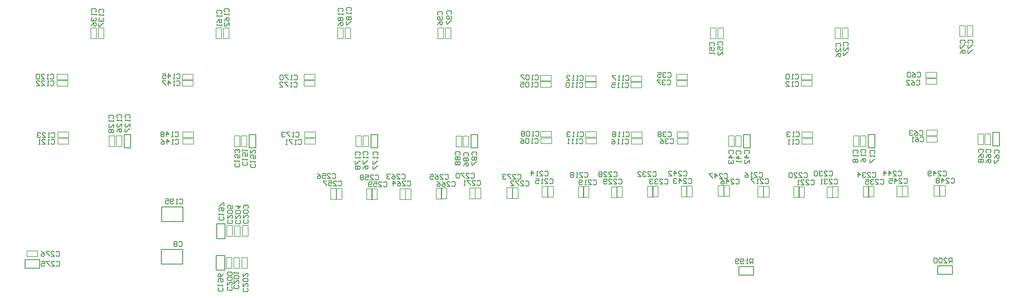
<source format=gbo>
G04 Layer_Color=32896*
%FSLAX25Y25*%
%MOIN*%
G70*
G01*
G75*
%ADD34C,0.01000*%
%ADD54C,0.00984*%
%ADD56C,0.00700*%
D34*
X967358Y32382D02*
Y42618D01*
X949642Y32382D02*
X967358D01*
X949642D02*
Y42618D01*
X967358D01*
X1206858Y33382D02*
Y43618D01*
X1189142Y33382D02*
X1206858D01*
X1189142D02*
Y43618D01*
X1206858D01*
X320882Y55976D02*
X331118D01*
Y38260D02*
Y55976D01*
X320882Y38260D02*
X331118D01*
X320882D02*
Y55976D01*
X321382Y94240D02*
X331618D01*
Y76524D02*
Y94240D01*
X321382Y76524D02*
X331618D01*
X321382D02*
Y94240D01*
X255205Y97142D02*
X280795D01*
X255205D02*
Y114858D01*
X280795D01*
Y97142D02*
Y114858D01*
X254705Y45642D02*
X280295D01*
X254705D02*
Y63358D01*
X280295D01*
Y45642D02*
Y63358D01*
X90642Y40882D02*
Y51118D01*
X108358D01*
Y40882D02*
Y51118D01*
X90642Y40882D02*
X108358D01*
X1206400Y47100D02*
Y53098D01*
X1203401D01*
X1202401Y52098D01*
Y50099D01*
X1203401Y49099D01*
X1206400D01*
X1204401D02*
X1202401Y47100D01*
X1196403D02*
X1200402D01*
X1196403Y51099D01*
Y52098D01*
X1197403Y53098D01*
X1199402D01*
X1200402Y52098D01*
X1194404D02*
X1193404Y53098D01*
X1191405D01*
X1190405Y52098D01*
Y48100D01*
X1191405Y47100D01*
X1193404D01*
X1194404Y48100D01*
Y52098D01*
X1188406D02*
X1187406Y53098D01*
X1185407D01*
X1184407Y52098D01*
Y48100D01*
X1185407Y47100D01*
X1187406D01*
X1188406Y48100D01*
Y52098D01*
X966818Y46100D02*
Y52098D01*
X963819D01*
X962819Y51098D01*
Y49099D01*
X963819Y48099D01*
X966818D01*
X964819D02*
X962819Y46100D01*
X960820D02*
X958821D01*
X959820D01*
Y52098D01*
X960820Y51098D01*
X955822Y47100D02*
X954822Y46100D01*
X952823D01*
X951823Y47100D01*
Y51098D01*
X952823Y52098D01*
X954822D01*
X955822Y51098D01*
Y50099D01*
X954822Y49099D01*
X951823D01*
X949824Y47100D02*
X948824Y46100D01*
X946825D01*
X945825Y47100D01*
Y51098D01*
X946825Y52098D01*
X948824D01*
X949824Y51098D01*
Y50099D01*
X948824Y49099D01*
X945825D01*
X339498Y98751D02*
X340498Y97751D01*
Y95752D01*
X339498Y94752D01*
X335500D01*
X334500Y95752D01*
Y97751D01*
X335500Y98751D01*
X334500Y104749D02*
Y100750D01*
X338499Y104749D01*
X339498D01*
X340498Y103749D01*
Y101750D01*
X339498Y100750D01*
Y106748D02*
X340498Y107748D01*
Y109747D01*
X339498Y110747D01*
X335500D01*
X334500Y109747D01*
Y107748D01*
X335500Y106748D01*
X339498D01*
X340498Y116745D02*
Y112746D01*
X337499D01*
X338499Y114745D01*
Y115745D01*
X337499Y116745D01*
X335500D01*
X334500Y115745D01*
Y113746D01*
X335500Y112746D01*
X348998Y98251D02*
X349998Y97251D01*
Y95252D01*
X348998Y94252D01*
X345000D01*
X344000Y95252D01*
Y97251D01*
X345000Y98251D01*
X344000Y104249D02*
Y100250D01*
X347999Y104249D01*
X348998D01*
X349998Y103249D01*
Y101250D01*
X348998Y100250D01*
Y106248D02*
X349998Y107248D01*
Y109247D01*
X348998Y110247D01*
X345000D01*
X344000Y109247D01*
Y107248D01*
X345000Y106248D01*
X348998D01*
X344000Y115245D02*
X349998D01*
X346999Y112246D01*
Y116245D01*
X358498Y98999D02*
X359498Y97999D01*
Y96000D01*
X358498Y95000D01*
X354500D01*
X353500Y96000D01*
Y97999D01*
X354500Y98999D01*
X353500Y104997D02*
Y100998D01*
X357499Y104997D01*
X358498D01*
X359498Y103997D01*
Y101998D01*
X358498Y100998D01*
Y106996D02*
X359498Y107996D01*
Y109995D01*
X358498Y110995D01*
X354500D01*
X353500Y109995D01*
Y107996D01*
X354500Y106996D01*
X358498D01*
Y112994D02*
X359498Y113994D01*
Y115993D01*
X358498Y116993D01*
X357499D01*
X356499Y115993D01*
Y114994D01*
Y115993D01*
X355499Y116993D01*
X354500D01*
X353500Y115993D01*
Y113994D01*
X354500Y112994D01*
X357998Y16499D02*
X358998Y15499D01*
Y13500D01*
X357998Y12500D01*
X354000D01*
X353000Y13500D01*
Y15499D01*
X354000Y16499D01*
X353000Y22497D02*
Y18498D01*
X356999Y22497D01*
X357998D01*
X358998Y21497D01*
Y19498D01*
X357998Y18498D01*
Y24496D02*
X358998Y25496D01*
Y27495D01*
X357998Y28495D01*
X354000D01*
X353000Y27495D01*
Y25496D01*
X354000Y24496D01*
X357998D01*
X353000Y34493D02*
Y30494D01*
X356999Y34493D01*
X357998D01*
X358998Y33493D01*
Y31494D01*
X357998Y30494D01*
X346998Y19999D02*
X347998Y18999D01*
Y17000D01*
X346998Y16000D01*
X343000D01*
X342000Y17000D01*
Y18999D01*
X343000Y19999D01*
X342000Y25997D02*
Y21998D01*
X345999Y25997D01*
X346998D01*
X347998Y24997D01*
Y22998D01*
X346998Y21998D01*
Y27996D02*
X347998Y28996D01*
Y30995D01*
X346998Y31995D01*
X343000D01*
X342000Y30995D01*
Y28996D01*
X343000Y27996D01*
X346998D01*
X342000Y33994D02*
Y35993D01*
Y34994D01*
X347998D01*
X346998Y33994D01*
X338998Y17999D02*
X339998Y16999D01*
Y15000D01*
X338998Y14000D01*
X335000D01*
X334000Y15000D01*
Y16999D01*
X335000Y17999D01*
X334000Y23997D02*
Y19998D01*
X337999Y23997D01*
X338998D01*
X339998Y22997D01*
Y20998D01*
X338998Y19998D01*
Y25996D02*
X339998Y26996D01*
Y28995D01*
X338998Y29995D01*
X335000D01*
X334000Y28995D01*
Y26996D01*
X335000Y25996D01*
X338998D01*
Y31994D02*
X339998Y32994D01*
Y34993D01*
X338998Y35993D01*
X335000D01*
X334000Y34993D01*
Y32994D01*
X335000Y31994D01*
X338998D01*
X328998Y102881D02*
X329998Y101881D01*
Y99882D01*
X328998Y98882D01*
X325000D01*
X324000Y99882D01*
Y101881D01*
X325000Y102881D01*
X324000Y104880D02*
Y106879D01*
Y105880D01*
X329998D01*
X328998Y104880D01*
X325000Y109878D02*
X324000Y110878D01*
Y112877D01*
X325000Y113877D01*
X328998D01*
X329998Y112877D01*
Y110878D01*
X328998Y109878D01*
X327999D01*
X326999Y110878D01*
Y113877D01*
X329998Y115876D02*
Y119875D01*
X328998D01*
X325000Y115876D01*
X324000D01*
X327998Y16999D02*
X328998Y15999D01*
Y14000D01*
X327998Y13000D01*
X324000D01*
X323000Y14000D01*
Y15999D01*
X324000Y16999D01*
X323000Y18998D02*
Y20997D01*
Y19998D01*
X328998D01*
X327998Y18998D01*
X324000Y23996D02*
X323000Y24996D01*
Y26996D01*
X324000Y27995D01*
X327998D01*
X328998Y26996D01*
Y24996D01*
X327998Y23996D01*
X326999D01*
X325999Y24996D01*
Y27995D01*
X328998Y33993D02*
X327998Y31994D01*
X325999Y29994D01*
X324000D01*
X323000Y30994D01*
Y32994D01*
X324000Y33993D01*
X324999D01*
X325999Y32994D01*
Y29994D01*
X276301Y123398D02*
X277301Y124398D01*
X279300D01*
X280300Y123398D01*
Y119400D01*
X279300Y118400D01*
X277301D01*
X276301Y119400D01*
X274302Y118400D02*
X272303D01*
X273302D01*
Y124398D01*
X274302Y123398D01*
X269304Y119400D02*
X268304Y118400D01*
X266304D01*
X265305Y119400D01*
Y123398D01*
X266304Y124398D01*
X268304D01*
X269304Y123398D01*
Y122399D01*
X268304Y121399D01*
X265305D01*
X259307Y124398D02*
X263305D01*
Y121399D01*
X261306Y122399D01*
X260307D01*
X259307Y121399D01*
Y119400D01*
X260307Y118400D01*
X262306D01*
X263305Y119400D01*
X275801Y71898D02*
X276801Y72898D01*
X278800D01*
X279800Y71898D01*
Y67900D01*
X278800Y66900D01*
X276801D01*
X275801Y67900D01*
X273802Y71898D02*
X272802Y72898D01*
X270803D01*
X269803Y71898D01*
Y70899D01*
X270803Y69899D01*
X269803Y68899D01*
Y67900D01*
X270803Y66900D01*
X272802D01*
X273802Y67900D01*
Y68899D01*
X272802Y69899D01*
X273802Y70899D01*
Y71898D01*
X272802Y69899D02*
X270803D01*
X128001Y59998D02*
X129001Y60998D01*
X131000D01*
X132000Y59998D01*
Y56000D01*
X131000Y55000D01*
X129001D01*
X128001Y56000D01*
X122003Y55000D02*
X126002D01*
X122003Y58999D01*
Y59998D01*
X123003Y60998D01*
X125002D01*
X126002Y59998D01*
X120004Y60998D02*
X116005D01*
Y59998D01*
X120004Y56000D01*
Y55000D01*
X110007Y60998D02*
X112006Y59998D01*
X114006Y57999D01*
Y56000D01*
X113006Y55000D01*
X111007D01*
X110007Y56000D01*
Y56999D01*
X111007Y57999D01*
X114006D01*
X128501Y47998D02*
X129501Y48998D01*
X131500D01*
X132500Y47998D01*
Y44000D01*
X131500Y43000D01*
X129501D01*
X128501Y44000D01*
X122503Y43000D02*
X126502D01*
X122503Y46999D01*
Y47998D01*
X123503Y48998D01*
X125502D01*
X126502Y47998D01*
X120504Y48998D02*
X116505D01*
Y47998D01*
X120504Y44000D01*
Y43000D01*
X110507Y48998D02*
X114506D01*
Y45999D01*
X112506Y46999D01*
X111507D01*
X110507Y45999D01*
Y44000D01*
X111507Y43000D01*
X113506D01*
X114506Y44000D01*
X1195501Y156998D02*
X1196501Y157998D01*
X1198500D01*
X1199500Y156998D01*
Y153000D01*
X1198500Y152000D01*
X1196501D01*
X1195501Y153000D01*
X1189503Y152000D02*
X1193502D01*
X1189503Y155999D01*
Y156998D01*
X1190503Y157998D01*
X1192502D01*
X1193502Y156998D01*
X1184505Y152000D02*
Y157998D01*
X1187504Y154999D01*
X1183505D01*
X1181506Y153000D02*
X1180506Y152000D01*
X1178507D01*
X1177507Y153000D01*
Y156998D01*
X1178507Y157998D01*
X1180506D01*
X1181506Y156998D01*
Y155999D01*
X1180506Y154999D01*
X1177507D01*
X1205001Y148498D02*
X1206001Y149498D01*
X1208000D01*
X1209000Y148498D01*
Y144500D01*
X1208000Y143500D01*
X1206001D01*
X1205001Y144500D01*
X1199003Y143500D02*
X1203002D01*
X1199003Y147499D01*
Y148498D01*
X1200003Y149498D01*
X1202002D01*
X1203002Y148498D01*
X1194005Y143500D02*
Y149498D01*
X1197004Y146499D01*
X1193005D01*
X1191006Y148498D02*
X1190006Y149498D01*
X1188007D01*
X1187007Y148498D01*
Y147499D01*
X1188007Y146499D01*
X1187007Y145499D01*
Y144500D01*
X1188007Y143500D01*
X1190006D01*
X1191006Y144500D01*
Y145499D01*
X1190006Y146499D01*
X1191006Y147499D01*
Y148498D01*
X1190006Y146499D02*
X1188007D01*
X1148601Y148098D02*
X1149601Y149098D01*
X1151600D01*
X1152600Y148098D01*
Y144100D01*
X1151600Y143100D01*
X1149601D01*
X1148601Y144100D01*
X1142603Y143100D02*
X1146602D01*
X1142603Y147099D01*
Y148098D01*
X1143603Y149098D01*
X1145602D01*
X1146602Y148098D01*
X1137605Y143100D02*
Y149098D01*
X1140604Y146099D01*
X1136605D01*
X1130607Y149098D02*
X1134606D01*
Y146099D01*
X1132607Y147099D01*
X1131607D01*
X1130607Y146099D01*
Y144100D01*
X1131607Y143100D01*
X1133606D01*
X1134606Y144100D01*
X1141501Y156998D02*
X1142501Y157998D01*
X1144500D01*
X1145500Y156998D01*
Y153000D01*
X1144500Y152000D01*
X1142501D01*
X1141501Y153000D01*
X1135503Y152000D02*
X1139502D01*
X1135503Y155999D01*
Y156998D01*
X1136503Y157998D01*
X1138502D01*
X1139502Y156998D01*
X1130505Y152000D02*
Y157998D01*
X1133504Y154999D01*
X1129505D01*
X1124507Y152000D02*
Y157998D01*
X1127506Y154999D01*
X1123507D01*
X1120001Y146998D02*
X1121001Y147998D01*
X1123000D01*
X1124000Y146998D01*
Y143000D01*
X1123000Y142000D01*
X1121001D01*
X1120001Y143000D01*
X1114003Y142000D02*
X1118002D01*
X1114003Y145999D01*
Y146998D01*
X1115003Y147998D01*
X1117002D01*
X1118002Y146998D01*
X1112004D02*
X1111004Y147998D01*
X1109005D01*
X1108005Y146998D01*
Y145999D01*
X1109005Y144999D01*
X1110005D01*
X1109005D01*
X1108005Y143999D01*
Y143000D01*
X1109005Y142000D01*
X1111004D01*
X1112004Y143000D01*
X1102007Y147998D02*
X1106006D01*
Y144999D01*
X1104006Y145999D01*
X1103007D01*
X1102007Y144999D01*
Y143000D01*
X1103007Y142000D01*
X1105006D01*
X1106006Y143000D01*
X1110501Y155498D02*
X1111501Y156498D01*
X1113500D01*
X1114500Y155498D01*
Y151500D01*
X1113500Y150500D01*
X1111501D01*
X1110501Y151500D01*
X1104503Y150500D02*
X1108502D01*
X1104503Y154499D01*
Y155498D01*
X1105503Y156498D01*
X1107502D01*
X1108502Y155498D01*
X1102504D02*
X1101504Y156498D01*
X1099505D01*
X1098505Y155498D01*
Y154499D01*
X1099505Y153499D01*
X1100504D01*
X1099505D01*
X1098505Y152499D01*
Y151500D01*
X1099505Y150500D01*
X1101504D01*
X1102504Y151500D01*
X1093507Y150500D02*
Y156498D01*
X1096506Y153499D01*
X1092507D01*
X1064601Y147298D02*
X1065601Y148298D01*
X1067600D01*
X1068600Y147298D01*
Y143300D01*
X1067600Y142300D01*
X1065601D01*
X1064601Y143300D01*
X1058603Y142300D02*
X1062602D01*
X1058603Y146299D01*
Y147298D01*
X1059603Y148298D01*
X1061602D01*
X1062602Y147298D01*
X1056604D02*
X1055604Y148298D01*
X1053605D01*
X1052605Y147298D01*
Y146299D01*
X1053605Y145299D01*
X1054605D01*
X1053605D01*
X1052605Y144299D01*
Y143300D01*
X1053605Y142300D01*
X1055604D01*
X1056604Y143300D01*
X1050606Y142300D02*
X1048606D01*
X1049606D01*
Y148298D01*
X1050606Y147298D01*
X1058501Y156998D02*
X1059501Y157998D01*
X1061500D01*
X1062500Y156998D01*
Y153000D01*
X1061500Y152000D01*
X1059501D01*
X1058501Y153000D01*
X1052503Y152000D02*
X1056502D01*
X1052503Y155999D01*
Y156998D01*
X1053503Y157998D01*
X1055502D01*
X1056502Y156998D01*
X1050504D02*
X1049504Y157998D01*
X1047505D01*
X1046505Y156998D01*
Y155999D01*
X1047505Y154999D01*
X1048505D01*
X1047505D01*
X1046505Y153999D01*
Y153000D01*
X1047505Y152000D01*
X1049504D01*
X1050504Y153000D01*
X1044506Y156998D02*
X1043506Y157998D01*
X1041507D01*
X1040507Y156998D01*
Y153000D01*
X1041507Y152000D01*
X1043506D01*
X1044506Y153000D01*
Y156998D01*
X1036501Y146498D02*
X1037501Y147498D01*
X1039500D01*
X1040500Y146498D01*
Y142500D01*
X1039500Y141500D01*
X1037501D01*
X1036501Y142500D01*
X1030503Y141500D02*
X1034502D01*
X1030503Y145499D01*
Y146498D01*
X1031503Y147498D01*
X1033502D01*
X1034502Y146498D01*
X1024505Y141500D02*
X1028504D01*
X1024505Y145499D01*
Y146498D01*
X1025505Y147498D01*
X1027504D01*
X1028504Y146498D01*
X1022506Y141500D02*
X1020506D01*
X1021506D01*
Y147498D01*
X1022506Y146498D01*
X1028001Y154998D02*
X1029001Y155998D01*
X1031000D01*
X1032000Y154998D01*
Y151000D01*
X1031000Y150000D01*
X1029001D01*
X1028001Y151000D01*
X1022003Y150000D02*
X1026002D01*
X1022003Y153999D01*
Y154998D01*
X1023003Y155998D01*
X1025002D01*
X1026002Y154998D01*
X1016005Y150000D02*
X1020004D01*
X1016005Y153999D01*
Y154998D01*
X1017005Y155998D01*
X1019004D01*
X1020004Y154998D01*
X1014006D02*
X1013006Y155998D01*
X1011007D01*
X1010007Y154998D01*
Y151000D01*
X1011007Y150000D01*
X1013006D01*
X1014006Y151000D01*
Y154998D01*
X981601Y147598D02*
X982601Y148598D01*
X984600D01*
X985600Y147598D01*
Y143600D01*
X984600Y142600D01*
X982601D01*
X981601Y143600D01*
X975603Y142600D02*
X979602D01*
X975603Y146599D01*
Y147598D01*
X976603Y148598D01*
X978602D01*
X979602Y147598D01*
X973604Y142600D02*
X971605D01*
X972604D01*
Y148598D01*
X973604Y147598D01*
X968606Y148598D02*
X964607D01*
Y147598D01*
X968606Y143600D01*
Y142600D01*
X974001Y155498D02*
X975001Y156498D01*
X977000D01*
X978000Y155498D01*
Y151500D01*
X977000Y150500D01*
X975001D01*
X974001Y151500D01*
X968003Y150500D02*
X972002D01*
X968003Y154499D01*
Y155498D01*
X969003Y156498D01*
X971002D01*
X972002Y155498D01*
X966004Y150500D02*
X964005D01*
X965004D01*
Y156498D01*
X966004Y155498D01*
X957007Y156498D02*
X959006Y155498D01*
X961005Y153499D01*
Y151500D01*
X960006Y150500D01*
X958006D01*
X957007Y151500D01*
Y152499D01*
X958006Y153499D01*
X961005D01*
X867001Y195998D02*
X868001Y196998D01*
X870000D01*
X871000Y195998D01*
Y192000D01*
X870000Y191000D01*
X868001D01*
X867001Y192000D01*
X865002Y195998D02*
X864002Y196998D01*
X862003D01*
X861003Y195998D01*
Y194999D01*
X862003Y193999D01*
X863003D01*
X862003D01*
X861003Y192999D01*
Y192000D01*
X862003Y191000D01*
X864002D01*
X865002Y192000D01*
X855005Y196998D02*
X857005Y195998D01*
X859004Y193999D01*
Y192000D01*
X858004Y191000D01*
X856005D01*
X855005Y192000D01*
Y192999D01*
X856005Y193999D01*
X859004D01*
X864501Y204498D02*
X865501Y205498D01*
X867500D01*
X868500Y204498D01*
Y200500D01*
X867500Y199500D01*
X865501D01*
X864501Y200500D01*
X862502Y204498D02*
X861502Y205498D01*
X859503D01*
X858503Y204498D01*
Y203499D01*
X859503Y202499D01*
X860503D01*
X859503D01*
X858503Y201499D01*
Y200500D01*
X859503Y199500D01*
X861502D01*
X862502Y200500D01*
X856504Y204498D02*
X855504Y205498D01*
X853505D01*
X852505Y204498D01*
Y203499D01*
X853505Y202499D01*
X852505Y201499D01*
Y200500D01*
X853505Y199500D01*
X855504D01*
X856504Y200500D01*
Y201499D01*
X855504Y202499D01*
X856504Y203499D01*
Y204498D01*
X855504Y202499D02*
X853505D01*
X864001Y275998D02*
X865001Y276998D01*
X867000D01*
X868000Y275998D01*
Y272000D01*
X867000Y271000D01*
X865001D01*
X864001Y272000D01*
X862002Y275998D02*
X861002Y276998D01*
X859003D01*
X858003Y275998D01*
Y274999D01*
X859003Y273999D01*
X860003D01*
X859003D01*
X858003Y272999D01*
Y272000D01*
X859003Y271000D01*
X861002D01*
X862002Y272000D01*
X852005Y276998D02*
X856004D01*
Y273999D01*
X854004Y274999D01*
X853005D01*
X852005Y273999D01*
Y272000D01*
X853005Y271000D01*
X855004D01*
X856004Y272000D01*
X863501Y266998D02*
X864501Y267998D01*
X866500D01*
X867500Y266998D01*
Y263000D01*
X866500Y262000D01*
X864501D01*
X863501Y263000D01*
X861502Y266998D02*
X860502Y267998D01*
X858503D01*
X857503Y266998D01*
Y265999D01*
X858503Y264999D01*
X859503D01*
X858503D01*
X857503Y263999D01*
Y263000D01*
X858503Y262000D01*
X860502D01*
X861502Y263000D01*
X855504Y267998D02*
X851505D01*
Y266998D01*
X855504Y263000D01*
Y262000D01*
X925502Y310001D02*
X924502Y311001D01*
Y313000D01*
X925502Y314000D01*
X929500D01*
X930500Y313000D01*
Y311001D01*
X929500Y310001D01*
X924502Y304003D02*
Y308002D01*
X927501D01*
X926501Y306003D01*
Y305003D01*
X927501Y304003D01*
X929500D01*
X930500Y305003D01*
Y307002D01*
X929500Y308002D01*
X930500Y298005D02*
Y302004D01*
X926501Y298005D01*
X925502D01*
X924502Y299005D01*
Y301004D01*
X925502Y302004D01*
X915502Y309001D02*
X914502Y310001D01*
Y312000D01*
X915502Y313000D01*
X919500D01*
X920500Y312000D01*
Y310001D01*
X919500Y309001D01*
X914502Y303003D02*
Y307002D01*
X917501D01*
X916501Y305003D01*
Y304003D01*
X917501Y303003D01*
X919500D01*
X920500Y304003D01*
Y306002D01*
X919500Y307002D01*
X920500Y301004D02*
Y299005D01*
Y300004D01*
X914502D01*
X915502Y301004D01*
X938502Y179001D02*
X937502Y180001D01*
Y182000D01*
X938502Y183000D01*
X942500D01*
X943500Y182000D01*
Y180001D01*
X942500Y179001D01*
X943500Y174003D02*
X937502D01*
X940501Y177002D01*
Y173003D01*
X938502Y171004D02*
X937502Y170004D01*
Y168005D01*
X938502Y167005D01*
X939501D01*
X940501Y168005D01*
Y169004D01*
Y168005D01*
X941501Y167005D01*
X942500D01*
X943500Y168005D01*
Y170004D01*
X942500Y171004D01*
X947502Y178501D02*
X946502Y179501D01*
Y181500D01*
X947502Y182500D01*
X951500D01*
X952500Y181500D01*
Y179501D01*
X951500Y178501D01*
X952500Y173503D02*
X946502D01*
X949501Y176502D01*
Y172503D01*
X952500Y170504D02*
Y168505D01*
Y169504D01*
X946502D01*
X947502Y170504D01*
X957502Y179001D02*
X956502Y180001D01*
Y182000D01*
X957502Y183000D01*
X961500D01*
X962500Y182000D01*
Y180001D01*
X961500Y179001D01*
X962500Y174003D02*
X956502D01*
X959501Y177002D01*
Y173003D01*
X962500Y167005D02*
Y171004D01*
X958501Y167005D01*
X957502D01*
X956502Y168005D01*
Y170004D01*
X957502Y171004D01*
X1076502Y309501D02*
X1075502Y310501D01*
Y312500D01*
X1076502Y313500D01*
X1080500D01*
X1081500Y312500D01*
Y310501D01*
X1080500Y309501D01*
X1081500Y303503D02*
Y307502D01*
X1077501Y303503D01*
X1076502D01*
X1075502Y304503D01*
Y306502D01*
X1076502Y307502D01*
X1075502Y301504D02*
Y297505D01*
X1076502D01*
X1080500Y301504D01*
X1081500D01*
X1067502Y308001D02*
X1066502Y309001D01*
Y311000D01*
X1067502Y312000D01*
X1071500D01*
X1072500Y311000D01*
Y309001D01*
X1071500Y308001D01*
X1072500Y302003D02*
Y306002D01*
X1068501Y302003D01*
X1067502D01*
X1066502Y303003D01*
Y305002D01*
X1067502Y306002D01*
X1066502Y296005D02*
X1067502Y298005D01*
X1069501Y300004D01*
X1071500D01*
X1072500Y299004D01*
Y297005D01*
X1071500Y296005D01*
X1070501D01*
X1069501Y297005D01*
Y300004D01*
X1088002Y179501D02*
X1087002Y180501D01*
Y182500D01*
X1088002Y183500D01*
X1092000D01*
X1093000Y182500D01*
Y180501D01*
X1092000Y179501D01*
X1093000Y177502D02*
Y175503D01*
Y176502D01*
X1087002D01*
X1088002Y177502D01*
Y172504D02*
X1087002Y171504D01*
Y169504D01*
X1088002Y168505D01*
X1089001D01*
X1090001Y169504D01*
X1091001Y168505D01*
X1092000D01*
X1093000Y169504D01*
Y171504D01*
X1092000Y172504D01*
X1091001D01*
X1090001Y171504D01*
X1089001Y172504D01*
X1088002D01*
X1090001Y171504D02*
Y169504D01*
X1108502Y179001D02*
X1107502Y180001D01*
Y182000D01*
X1108502Y183000D01*
X1112500D01*
X1113500Y182000D01*
Y180001D01*
X1112500Y179001D01*
X1113500Y177002D02*
Y175003D01*
Y176002D01*
X1107502D01*
X1108502Y177002D01*
X1107502Y172004D02*
Y168005D01*
X1108502D01*
X1112500Y172004D01*
X1113500D01*
X1097502Y180001D02*
X1096502Y181001D01*
Y183000D01*
X1097502Y184000D01*
X1101500D01*
X1102500Y183000D01*
Y181001D01*
X1101500Y180001D01*
X1102500Y178002D02*
Y176003D01*
Y177002D01*
X1096502D01*
X1097502Y178002D01*
X1096502Y169005D02*
X1097502Y171004D01*
X1099501Y173004D01*
X1101500D01*
X1102500Y172004D01*
Y170004D01*
X1101500Y169005D01*
X1100501D01*
X1099501Y170004D01*
Y173004D01*
X1018501Y204498D02*
X1019501Y205498D01*
X1021500D01*
X1022500Y204498D01*
Y200500D01*
X1021500Y199500D01*
X1019501D01*
X1018501Y200500D01*
X1016502Y199500D02*
X1014503D01*
X1015502D01*
Y205498D01*
X1016502Y204498D01*
X1011504D02*
X1010504Y205498D01*
X1008504D01*
X1007505Y204498D01*
Y203499D01*
X1008504Y202499D01*
X1009504D01*
X1008504D01*
X1007505Y201499D01*
Y200500D01*
X1008504Y199500D01*
X1010504D01*
X1011504Y200500D01*
X1017501Y264998D02*
X1018501Y265998D01*
X1020500D01*
X1021500Y264998D01*
Y261000D01*
X1020500Y260000D01*
X1018501D01*
X1017501Y261000D01*
X1015502Y260000D02*
X1013503D01*
X1014502D01*
Y265998D01*
X1015502Y264998D01*
X1006505Y260000D02*
X1010504D01*
X1006505Y263999D01*
Y264998D01*
X1007504Y265998D01*
X1009504D01*
X1010504Y264998D01*
X1018001Y195498D02*
X1019001Y196498D01*
X1021000D01*
X1022000Y195498D01*
Y191500D01*
X1021000Y190500D01*
X1019001D01*
X1018001Y191500D01*
X1016002Y190500D02*
X1014003D01*
X1015002D01*
Y196498D01*
X1016002Y195498D01*
X1011004Y190500D02*
X1009004D01*
X1010004D01*
Y196498D01*
X1011004Y195498D01*
X1017501Y273998D02*
X1018501Y274998D01*
X1020500D01*
X1021500Y273998D01*
Y270000D01*
X1020500Y269000D01*
X1018501D01*
X1017501Y270000D01*
X1015502Y269000D02*
X1013503D01*
X1014502D01*
Y274998D01*
X1015502Y273998D01*
X1010504D02*
X1009504Y274998D01*
X1007504D01*
X1006505Y273998D01*
Y270000D01*
X1007504Y269000D01*
X1009504D01*
X1010504Y270000D01*
Y273998D01*
X1217002Y312001D02*
X1216002Y313001D01*
Y315000D01*
X1217002Y316000D01*
X1221000D01*
X1222000Y315000D01*
Y313001D01*
X1221000Y312001D01*
X1216002Y310002D02*
Y306003D01*
X1217002D01*
X1221000Y310002D01*
X1222000D01*
X1216002Y300005D02*
X1217002Y302005D01*
X1219001Y304004D01*
X1221000D01*
X1222000Y303004D01*
Y301005D01*
X1221000Y300005D01*
X1220001D01*
X1219001Y301005D01*
Y304004D01*
X1164501Y276498D02*
X1165501Y277498D01*
X1167500D01*
X1168500Y276498D01*
Y272500D01*
X1167500Y271500D01*
X1165501D01*
X1164501Y272500D01*
X1158503Y277498D02*
X1160503Y276498D01*
X1162502Y274499D01*
Y272500D01*
X1161502Y271500D01*
X1159503D01*
X1158503Y272500D01*
Y273499D01*
X1159503Y274499D01*
X1162502D01*
X1156504Y276498D02*
X1155504Y277498D01*
X1153505D01*
X1152505Y276498D01*
Y272500D01*
X1153505Y271500D01*
X1155504D01*
X1156504Y272500D01*
Y276498D01*
X1163474Y266808D02*
X1164473Y267808D01*
X1166473D01*
X1167472Y266808D01*
Y262809D01*
X1166473Y261809D01*
X1164473D01*
X1163474Y262809D01*
X1157476Y267808D02*
X1159475Y266808D01*
X1161474Y264809D01*
Y262809D01*
X1160475Y261809D01*
X1158475D01*
X1157476Y262809D01*
Y263809D01*
X1158475Y264809D01*
X1161474D01*
X1151478Y261809D02*
X1155476D01*
X1151478Y265808D01*
Y266808D01*
X1152477Y267808D01*
X1154477D01*
X1155476Y266808D01*
X1239002Y180501D02*
X1238002Y181501D01*
Y183500D01*
X1239002Y184500D01*
X1243000D01*
X1244000Y183500D01*
Y181501D01*
X1243000Y180501D01*
X1238002Y174503D02*
X1239002Y176503D01*
X1241001Y178502D01*
X1243000D01*
X1244000Y177502D01*
Y175503D01*
X1243000Y174503D01*
X1242001D01*
X1241001Y175503D01*
Y178502D01*
X1239002Y172504D02*
X1238002Y171504D01*
Y169505D01*
X1239002Y168505D01*
X1240001D01*
X1241001Y169505D01*
X1242001Y168505D01*
X1243000D01*
X1244000Y169505D01*
Y171504D01*
X1243000Y172504D01*
X1242001D01*
X1241001Y171504D01*
X1240001Y172504D01*
X1239002D01*
X1241001Y171504D02*
Y169505D01*
X1248002Y180001D02*
X1247002Y181001D01*
Y183000D01*
X1248002Y184000D01*
X1252000D01*
X1253000Y183000D01*
Y181001D01*
X1252000Y180001D01*
X1247002Y174003D02*
X1248002Y176003D01*
X1250001Y178002D01*
X1252000D01*
X1253000Y177002D01*
Y175003D01*
X1252000Y174003D01*
X1251001D01*
X1250001Y175003D01*
Y178002D01*
X1247002Y168005D02*
X1248002Y170004D01*
X1250001Y172004D01*
X1252000D01*
X1253000Y171004D01*
Y169005D01*
X1252000Y168005D01*
X1251001D01*
X1250001Y169005D01*
Y172004D01*
X1226502Y312001D02*
X1225502Y313001D01*
Y315000D01*
X1226502Y316000D01*
X1230500D01*
X1231500Y315000D01*
Y313001D01*
X1230500Y312001D01*
X1225502Y310002D02*
Y306003D01*
X1226502D01*
X1230500Y310002D01*
X1231500D01*
X1225502Y304004D02*
Y300005D01*
X1226502D01*
X1230500Y304004D01*
X1231500D01*
X1258002Y179501D02*
X1257002Y180501D01*
Y182500D01*
X1258002Y183500D01*
X1262000D01*
X1263000Y182500D01*
Y180501D01*
X1262000Y179501D01*
X1257002Y173503D02*
X1258002Y175503D01*
X1260001Y177502D01*
X1262000D01*
X1263000Y176502D01*
Y174503D01*
X1262000Y173503D01*
X1261001D01*
X1260001Y174503D01*
Y177502D01*
X1257002Y171504D02*
Y167505D01*
X1258002D01*
X1262000Y171504D01*
X1263000D01*
X1168001Y198498D02*
X1169001Y199498D01*
X1171000D01*
X1172000Y198498D01*
Y194500D01*
X1171000Y193500D01*
X1169001D01*
X1168001Y194500D01*
X1162003Y199498D02*
X1164003Y198498D01*
X1166002Y196499D01*
Y194500D01*
X1165002Y193500D01*
X1163003D01*
X1162003Y194500D01*
Y195499D01*
X1163003Y196499D01*
X1166002D01*
X1160004Y193500D02*
X1158004D01*
X1159004D01*
Y199498D01*
X1160004Y198498D01*
X1167001Y205998D02*
X1168001Y206998D01*
X1170000D01*
X1171000Y205998D01*
Y202000D01*
X1170000Y201000D01*
X1168001D01*
X1167001Y202000D01*
X1161003Y206998D02*
X1163003Y205998D01*
X1165002Y203999D01*
Y202000D01*
X1164002Y201000D01*
X1162003D01*
X1161003Y202000D01*
Y202999D01*
X1162003Y203999D01*
X1165002D01*
X1159004Y205998D02*
X1158004Y206998D01*
X1156005D01*
X1155005Y205998D01*
Y204999D01*
X1156005Y203999D01*
X1157005D01*
X1156005D01*
X1155005Y202999D01*
Y202000D01*
X1156005Y201000D01*
X1158004D01*
X1159004Y202000D01*
X705001Y204998D02*
X706001Y205998D01*
X708000D01*
X709000Y204998D01*
Y201000D01*
X708000Y200000D01*
X706001D01*
X705001Y201000D01*
X703002Y200000D02*
X701003D01*
X702002D01*
Y205998D01*
X703002Y204998D01*
X698004D02*
X697004Y205998D01*
X695005D01*
X694005Y204998D01*
Y201000D01*
X695005Y200000D01*
X697004D01*
X698004Y201000D01*
Y204998D01*
X692005D02*
X691006Y205998D01*
X689007D01*
X688007Y204998D01*
Y203999D01*
X689007Y202999D01*
X688007Y201999D01*
Y201000D01*
X689007Y200000D01*
X691006D01*
X692005Y201000D01*
Y201999D01*
X691006Y202999D01*
X692005Y203999D01*
Y204998D01*
X691006Y202999D02*
X689007D01*
X704001Y196498D02*
X705001Y197498D01*
X707000D01*
X708000Y196498D01*
Y192500D01*
X707000Y191500D01*
X705001D01*
X704001Y192500D01*
X702002Y191500D02*
X700003D01*
X701002D01*
Y197498D01*
X702002Y196498D01*
X697004D02*
X696004Y197498D01*
X694004D01*
X693005Y196498D01*
Y192500D01*
X694004Y191500D01*
X696004D01*
X697004Y192500D01*
Y196498D01*
X687007Y197498D02*
X689006Y196498D01*
X691006Y194499D01*
Y192500D01*
X690006Y191500D01*
X688006D01*
X687007Y192500D01*
Y193499D01*
X688006Y194499D01*
X691006D01*
X704001Y264498D02*
X705001Y265498D01*
X707000D01*
X708000Y264498D01*
Y260500D01*
X707000Y259500D01*
X705001D01*
X704001Y260500D01*
X702002Y259500D02*
X700003D01*
X701002D01*
Y265498D01*
X702002Y264498D01*
X697004D02*
X696004Y265498D01*
X694004D01*
X693005Y264498D01*
Y260500D01*
X694004Y259500D01*
X696004D01*
X697004Y260500D01*
Y264498D01*
X687007Y265498D02*
X691006D01*
Y262499D01*
X689006Y263499D01*
X688006D01*
X687007Y262499D01*
Y260500D01*
X688006Y259500D01*
X690006D01*
X691006Y260500D01*
X704501Y272998D02*
X705501Y273998D01*
X707500D01*
X708500Y272998D01*
Y269000D01*
X707500Y268000D01*
X705501D01*
X704501Y269000D01*
X702502Y268000D02*
X700503D01*
X701502D01*
Y273998D01*
X702502Y272998D01*
X697504D02*
X696504Y273998D01*
X694504D01*
X693505Y272998D01*
Y269000D01*
X694504Y268000D01*
X696504D01*
X697504Y269000D01*
Y272998D01*
X691505Y273998D02*
X687507D01*
Y272998D01*
X691505Y269000D01*
Y268000D01*
X599002Y347501D02*
X598002Y348501D01*
Y350500D01*
X599002Y351500D01*
X603000D01*
X604000Y350500D01*
Y348501D01*
X603000Y347501D01*
Y345502D02*
X604000Y344502D01*
Y342503D01*
X603000Y341503D01*
X599002D01*
X598002Y342503D01*
Y344502D01*
X599002Y345502D01*
X600001D01*
X601001Y344502D01*
Y341503D01*
X598002Y339504D02*
Y335505D01*
X599002D01*
X603000Y339504D01*
X604000D01*
X588002Y346501D02*
X587002Y347501D01*
Y349500D01*
X588002Y350500D01*
X592000D01*
X593000Y349500D01*
Y347501D01*
X592000Y346501D01*
Y344502D02*
X593000Y343502D01*
Y341503D01*
X592000Y340503D01*
X588002D01*
X587002Y341503D01*
Y343502D01*
X588002Y344502D01*
X589001D01*
X590001Y343502D01*
Y340503D01*
X587002Y334505D02*
X588002Y336505D01*
X590001Y338504D01*
X592000D01*
X593000Y337504D01*
Y335505D01*
X592000Y334505D01*
X591001D01*
X590001Y335505D01*
Y338504D01*
X609502Y177501D02*
X608502Y178501D01*
Y180500D01*
X609502Y181500D01*
X613500D01*
X614500Y180500D01*
Y178501D01*
X613500Y177501D01*
X609502Y175502D02*
X608502Y174502D01*
Y172503D01*
X609502Y171503D01*
X610501D01*
X611501Y172503D01*
X612501Y171503D01*
X613500D01*
X614500Y172503D01*
Y174502D01*
X613500Y175502D01*
X612501D01*
X611501Y174502D01*
X610501Y175502D01*
X609502D01*
X611501Y174502D02*
Y172503D01*
X609502Y169504D02*
X608502Y168504D01*
Y166505D01*
X609502Y165505D01*
X610501D01*
X611501Y166505D01*
X612501Y165505D01*
X613500D01*
X614500Y166505D01*
Y168504D01*
X613500Y169504D01*
X612501D01*
X611501Y168504D01*
X610501Y169504D01*
X609502D01*
X611501Y168504D02*
Y166505D01*
X619502Y176001D02*
X618502Y177001D01*
Y179000D01*
X619502Y180000D01*
X623500D01*
X624500Y179000D01*
Y177001D01*
X623500Y176001D01*
X619502Y174002D02*
X618502Y173002D01*
Y171003D01*
X619502Y170003D01*
X620501D01*
X621501Y171003D01*
X622501Y170003D01*
X623500D01*
X624500Y171003D01*
Y173002D01*
X623500Y174002D01*
X622501D01*
X621501Y173002D01*
X620501Y174002D01*
X619502D01*
X621501Y173002D02*
Y171003D01*
X618502Y164005D02*
X619502Y166005D01*
X621501Y168004D01*
X623500D01*
X624500Y167004D01*
Y165005D01*
X623500Y164005D01*
X622501D01*
X621501Y165005D01*
Y168004D01*
X629502Y177001D02*
X628502Y178001D01*
Y180000D01*
X629502Y181000D01*
X633500D01*
X634500Y180000D01*
Y178001D01*
X633500Y177001D01*
X629502Y175002D02*
X628502Y174002D01*
Y172003D01*
X629502Y171003D01*
X630501D01*
X631501Y172003D01*
X632501Y171003D01*
X633500D01*
X634500Y172003D01*
Y174002D01*
X633500Y175002D01*
X632501D01*
X631501Y174002D01*
X630501Y175002D01*
X629502D01*
X631501Y174002D02*
Y172003D01*
X628502Y169004D02*
Y165005D01*
X629502D01*
X633500Y169004D01*
X634500D01*
X757879Y263994D02*
X758879Y264994D01*
X760878D01*
X761878Y263994D01*
Y259996D01*
X760878Y258996D01*
X758879D01*
X757879Y259996D01*
X755880Y258996D02*
X753881D01*
X754880D01*
Y264994D01*
X755880Y263994D01*
X750881Y258996D02*
X748882D01*
X749882D01*
Y264994D01*
X750881Y263994D01*
X745883D02*
X744883Y264994D01*
X742884D01*
X741884Y263994D01*
Y259996D01*
X742884Y258996D01*
X744883D01*
X745883Y259996D01*
Y263994D01*
X758379Y272494D02*
X759379Y273494D01*
X761378D01*
X762378Y272494D01*
Y268496D01*
X761378Y267496D01*
X759379D01*
X758379Y268496D01*
X756380Y267496D02*
X754381D01*
X755380D01*
Y273494D01*
X756380Y272494D01*
X751381Y267496D02*
X749382D01*
X750382D01*
Y273494D01*
X751381Y272494D01*
X742384Y267496D02*
X746383D01*
X742384Y271495D01*
Y272494D01*
X743384Y273494D01*
X745383D01*
X746383Y272494D01*
X757879Y195994D02*
X758879Y196994D01*
X760878D01*
X761878Y195994D01*
Y191996D01*
X760878Y190996D01*
X758879D01*
X757879Y191996D01*
X755880Y190996D02*
X753881D01*
X754880D01*
Y196994D01*
X755880Y195994D01*
X750881Y190996D02*
X748882D01*
X749882D01*
Y196994D01*
X750881Y195994D01*
X745883Y190996D02*
X743884D01*
X744883D01*
Y196994D01*
X745883Y195994D01*
X758879Y204494D02*
X759879Y205494D01*
X761878D01*
X762878Y204494D01*
Y200496D01*
X761878Y199496D01*
X759879D01*
X758879Y200496D01*
X756880Y199496D02*
X754881D01*
X755880D01*
Y205494D01*
X756880Y204494D01*
X751882Y199496D02*
X749882D01*
X750882D01*
Y205494D01*
X751882Y204494D01*
X746883D02*
X745883Y205494D01*
X743884D01*
X742884Y204494D01*
Y203495D01*
X743884Y202495D01*
X744884D01*
X743884D01*
X742884Y201495D01*
Y200496D01*
X743884Y199496D01*
X745883D01*
X746883Y200496D01*
X812883Y263746D02*
X813883Y264746D01*
X815882D01*
X816882Y263746D01*
Y259748D01*
X815882Y258748D01*
X813883D01*
X812883Y259748D01*
X810884Y258748D02*
X808885D01*
X809884D01*
Y264746D01*
X810884Y263746D01*
X805886Y258748D02*
X803886D01*
X804886D01*
Y264746D01*
X805886Y263746D01*
X796888Y264746D02*
X800887D01*
Y261747D01*
X798888Y262747D01*
X797888D01*
X796888Y261747D01*
Y259748D01*
X797888Y258748D01*
X799887D01*
X800887Y259748D01*
X813383Y272246D02*
X814383Y273246D01*
X816382D01*
X817382Y272246D01*
Y268248D01*
X816382Y267248D01*
X814383D01*
X813383Y268248D01*
X811384Y267248D02*
X809385D01*
X810384D01*
Y273246D01*
X811384Y272246D01*
X806386Y267248D02*
X804386D01*
X805386D01*
Y273246D01*
X806386Y272246D01*
X801387Y273246D02*
X797388D01*
Y272246D01*
X801387Y268248D01*
Y267248D01*
X812883Y195746D02*
X813883Y196746D01*
X815882D01*
X816882Y195746D01*
Y191748D01*
X815882Y190748D01*
X813883D01*
X812883Y191748D01*
X810884Y190748D02*
X808885D01*
X809884D01*
Y196746D01*
X810884Y195746D01*
X805886Y190748D02*
X803886D01*
X804886D01*
Y196746D01*
X805886Y195746D01*
X796888Y196746D02*
X798888Y195746D01*
X800887Y193747D01*
Y191748D01*
X799887Y190748D01*
X797888D01*
X796888Y191748D01*
Y192747D01*
X797888Y193747D01*
X800887D01*
X813883Y204246D02*
X814883Y205246D01*
X816882D01*
X817882Y204246D01*
Y200248D01*
X816882Y199248D01*
X814883D01*
X813883Y200248D01*
X811884Y199248D02*
X809884D01*
X810884D01*
Y205246D01*
X811884Y204246D01*
X806886Y199248D02*
X804886D01*
X805886D01*
Y205246D01*
X806886Y204246D01*
X801887D02*
X800887Y205246D01*
X798888D01*
X797888Y204246D01*
Y203247D01*
X798888Y202247D01*
X797888Y201247D01*
Y200248D01*
X798888Y199248D01*
X800887D01*
X801887Y200248D01*
Y201247D01*
X800887Y202247D01*
X801887Y203247D01*
Y204246D01*
X800887Y202247D02*
X798888D01*
X171502Y350001D02*
X170502Y351001D01*
Y353000D01*
X171502Y354000D01*
X175500D01*
X176500Y353000D01*
Y351001D01*
X175500Y350001D01*
X176500Y348002D02*
Y346003D01*
Y347002D01*
X170502D01*
X171502Y348002D01*
Y343004D02*
X170502Y342004D01*
Y340004D01*
X171502Y339005D01*
X172501D01*
X173501Y340004D01*
Y341004D01*
Y340004D01*
X174501Y339005D01*
X175500D01*
X176500Y340004D01*
Y342004D01*
X175500Y343004D01*
X170502Y333007D02*
X171502Y335006D01*
X173501Y337005D01*
X175500D01*
X176500Y336006D01*
Y334007D01*
X175500Y333007D01*
X174501D01*
X173501Y334007D01*
Y337005D01*
X121001Y273998D02*
X122001Y274998D01*
X124000D01*
X125000Y273998D01*
Y270000D01*
X124000Y269000D01*
X122001D01*
X121001Y270000D01*
X119002Y269000D02*
X117003D01*
X118002D01*
Y274998D01*
X119002Y273998D01*
X110005Y269000D02*
X114004D01*
X110005Y272999D01*
Y273998D01*
X111004Y274998D01*
X113004D01*
X114004Y273998D01*
X108005D02*
X107006Y274998D01*
X105007D01*
X104007Y273998D01*
Y270000D01*
X105007Y269000D01*
X107006D01*
X108005Y270000D01*
Y273998D01*
X121501Y265998D02*
X122501Y266998D01*
X124500D01*
X125500Y265998D01*
Y262000D01*
X124500Y261000D01*
X122501D01*
X121501Y262000D01*
X119502Y261000D02*
X117503D01*
X118502D01*
Y266998D01*
X119502Y265998D01*
X110505Y261000D02*
X114504D01*
X110505Y264999D01*
Y265998D01*
X111504Y266998D01*
X113504D01*
X114504Y265998D01*
X104507Y261000D02*
X108505D01*
X104507Y264999D01*
Y265998D01*
X105507Y266998D01*
X107506D01*
X108505Y265998D01*
X192502Y221501D02*
X191502Y222501D01*
Y224500D01*
X192502Y225500D01*
X196500D01*
X197500Y224500D01*
Y222501D01*
X196500Y221501D01*
X197500Y219502D02*
Y217503D01*
Y218502D01*
X191502D01*
X192502Y219502D01*
X197500Y210505D02*
Y214504D01*
X193501Y210505D01*
X192502D01*
X191502Y211505D01*
Y213504D01*
X192502Y214504D01*
Y208506D02*
X191502Y207506D01*
Y205506D01*
X192502Y204507D01*
X193501D01*
X194501Y205506D01*
X195501Y204507D01*
X196500D01*
X197500Y205506D01*
Y207506D01*
X196500Y208506D01*
X195501D01*
X194501Y207506D01*
X193501Y208506D01*
X192502D01*
X194501Y207506D02*
Y205506D01*
X202002Y222001D02*
X201002Y223001D01*
Y225000D01*
X202002Y226000D01*
X206000D01*
X207000Y225000D01*
Y223001D01*
X206000Y222001D01*
X207000Y220002D02*
Y218003D01*
Y219002D01*
X201002D01*
X202002Y220002D01*
X207000Y211005D02*
Y215004D01*
X203001Y211005D01*
X202002D01*
X201002Y212004D01*
Y214004D01*
X202002Y215004D01*
X201002Y205007D02*
X202002Y207006D01*
X204001Y209005D01*
X206000D01*
X207000Y208006D01*
Y206007D01*
X206000Y205007D01*
X205001D01*
X204001Y206007D01*
Y209005D01*
X180502Y349501D02*
X179502Y350501D01*
Y352500D01*
X180502Y353500D01*
X184500D01*
X185500Y352500D01*
Y350501D01*
X184500Y349501D01*
X185500Y347502D02*
Y345503D01*
Y346502D01*
X179502D01*
X180502Y347502D01*
Y342504D02*
X179502Y341504D01*
Y339505D01*
X180502Y338505D01*
X181501D01*
X182501Y339505D01*
Y340504D01*
Y339505D01*
X183501Y338505D01*
X184500D01*
X185500Y339505D01*
Y341504D01*
X184500Y342504D01*
X179502Y336506D02*
Y332507D01*
X180502D01*
X184500Y336506D01*
X185500D01*
X212002Y222001D02*
X211002Y223001D01*
Y225000D01*
X212002Y226000D01*
X216000D01*
X217000Y225000D01*
Y223001D01*
X216000Y222001D01*
X217000Y220002D02*
Y218003D01*
Y219002D01*
X211002D01*
X212002Y220002D01*
X217000Y211005D02*
Y215004D01*
X213001Y211005D01*
X212002D01*
X211002Y212004D01*
Y214004D01*
X212002Y215004D01*
X211002Y209005D02*
Y205007D01*
X212002D01*
X216000Y209005D01*
X217000D01*
X122001Y195498D02*
X123001Y196498D01*
X125000D01*
X126000Y195498D01*
Y191500D01*
X125000Y190500D01*
X123001D01*
X122001Y191500D01*
X120002Y190500D02*
X118003D01*
X119002D01*
Y196498D01*
X120002Y195498D01*
X111005Y190500D02*
X115004D01*
X111005Y194499D01*
Y195498D01*
X112004Y196498D01*
X114004D01*
X115004Y195498D01*
X109005Y190500D02*
X107006D01*
X108006D01*
Y196498D01*
X109005Y195498D01*
X122501Y203498D02*
X123501Y204498D01*
X125500D01*
X126500Y203498D01*
Y199500D01*
X125500Y198500D01*
X123501D01*
X122501Y199500D01*
X120502Y198500D02*
X118503D01*
X119502D01*
Y204498D01*
X120502Y203498D01*
X111505Y198500D02*
X115504D01*
X111505Y202499D01*
Y203498D01*
X112504Y204498D01*
X114504D01*
X115504Y203498D01*
X109505D02*
X108506Y204498D01*
X106507D01*
X105507Y203498D01*
Y202499D01*
X106507Y201499D01*
X107506D01*
X106507D01*
X105507Y200499D01*
Y199500D01*
X106507Y198500D01*
X108506D01*
X109505Y199500D01*
X322502Y348001D02*
X321502Y349001D01*
Y351000D01*
X322502Y352000D01*
X326500D01*
X327500Y351000D01*
Y349001D01*
X326500Y348001D01*
X327500Y346002D02*
Y344003D01*
Y345002D01*
X321502D01*
X322502Y346002D01*
X321502Y337005D02*
X322502Y339004D01*
X324501Y341004D01*
X326500D01*
X327500Y340004D01*
Y338004D01*
X326500Y337005D01*
X325501D01*
X324501Y338004D01*
Y341004D01*
X327500Y335005D02*
Y333006D01*
Y334006D01*
X321502D01*
X322502Y335005D01*
X273001Y274498D02*
X274001Y275498D01*
X276000D01*
X277000Y274498D01*
Y270500D01*
X276000Y269500D01*
X274001D01*
X273001Y270500D01*
X271002Y269500D02*
X269003D01*
X270002D01*
Y275498D01*
X271002Y274498D01*
X263004Y269500D02*
Y275498D01*
X266004Y272499D01*
X262005D01*
X256007Y275498D02*
X260005D01*
Y272499D01*
X258006Y273499D01*
X257007D01*
X256007Y272499D01*
Y270500D01*
X257007Y269500D01*
X259006D01*
X260005Y270500D01*
X273001Y265998D02*
X274001Y266998D01*
X276000D01*
X277000Y265998D01*
Y262000D01*
X276000Y261000D01*
X274001D01*
X273001Y262000D01*
X271002Y261000D02*
X269003D01*
X270002D01*
Y266998D01*
X271002Y265998D01*
X263004Y261000D02*
Y266998D01*
X266004Y263999D01*
X262005D01*
X260005Y266998D02*
X256007D01*
Y265998D01*
X260005Y262000D01*
Y261000D01*
X347998Y166999D02*
X348998Y165999D01*
Y164000D01*
X347998Y163000D01*
X344000D01*
X343000Y164000D01*
Y165999D01*
X344000Y166999D01*
X343000Y168998D02*
Y170997D01*
Y169998D01*
X348998D01*
X347998Y168998D01*
X348998Y177995D02*
Y173996D01*
X345999D01*
X346999Y175996D01*
Y176996D01*
X345999Y177995D01*
X344000D01*
X343000Y176996D01*
Y174996D01*
X344000Y173996D01*
X347998Y179994D02*
X348998Y180994D01*
Y182993D01*
X347998Y183993D01*
X346999D01*
X345999Y182993D01*
Y181994D01*
Y182993D01*
X344999Y183993D01*
X344000D01*
X343000Y182993D01*
Y180994D01*
X344000Y179994D01*
X357498Y168999D02*
X358498Y167999D01*
Y166000D01*
X357498Y165000D01*
X353500D01*
X352500Y166000D01*
Y167999D01*
X353500Y168999D01*
X352500Y170998D02*
Y172997D01*
Y171998D01*
X358498D01*
X357498Y170998D01*
X358498Y179995D02*
Y175996D01*
X355499D01*
X356499Y177996D01*
Y178996D01*
X355499Y179995D01*
X353500D01*
X352500Y178996D01*
Y176996D01*
X353500Y175996D01*
X352500Y181994D02*
Y183994D01*
Y182994D01*
X358498D01*
X357498Y181994D01*
X331502Y350001D02*
X330502Y351001D01*
Y353000D01*
X331502Y354000D01*
X335500D01*
X336500Y353000D01*
Y351001D01*
X335500Y350001D01*
X336500Y348002D02*
Y346003D01*
Y347002D01*
X330502D01*
X331502Y348002D01*
X330502Y339005D02*
X331502Y341004D01*
X333501Y343004D01*
X335500D01*
X336500Y342004D01*
Y340004D01*
X335500Y339005D01*
X334501D01*
X333501Y340004D01*
Y343004D01*
X336500Y333007D02*
Y337005D01*
X332501Y333007D01*
X331502D01*
X330502Y334007D01*
Y336006D01*
X331502Y337005D01*
X366998Y166499D02*
X367998Y165499D01*
Y163500D01*
X366998Y162500D01*
X363000D01*
X362000Y163500D01*
Y165499D01*
X363000Y166499D01*
X362000Y168498D02*
Y170497D01*
Y169498D01*
X367998D01*
X366998Y168498D01*
X367998Y177495D02*
Y173496D01*
X364999D01*
X365999Y175496D01*
Y176496D01*
X364999Y177495D01*
X363000D01*
X362000Y176496D01*
Y174496D01*
X363000Y173496D01*
X362000Y183493D02*
Y179495D01*
X365999Y183493D01*
X366998D01*
X367998Y182493D01*
Y180494D01*
X366998Y179495D01*
X271501Y195498D02*
X272501Y196498D01*
X274500D01*
X275500Y195498D01*
Y191500D01*
X274500Y190500D01*
X272501D01*
X271501Y191500D01*
X269502Y190500D02*
X267503D01*
X268502D01*
Y196498D01*
X269502Y195498D01*
X261505Y190500D02*
Y196498D01*
X264504Y193499D01*
X260505D01*
X254507Y196498D02*
X256506Y195498D01*
X258506Y193499D01*
Y191500D01*
X257506Y190500D01*
X255506D01*
X254507Y191500D01*
Y192499D01*
X255506Y193499D01*
X258506D01*
X271001Y204498D02*
X272001Y205498D01*
X274000D01*
X275000Y204498D01*
Y200500D01*
X274000Y199500D01*
X272001D01*
X271001Y200500D01*
X269002Y199500D02*
X267003D01*
X268002D01*
Y205498D01*
X269002Y204498D01*
X261004Y199500D02*
Y205498D01*
X264004Y202499D01*
X260005D01*
X258005Y204498D02*
X257006Y205498D01*
X255007D01*
X254007Y204498D01*
Y203499D01*
X255007Y202499D01*
X254007Y201499D01*
Y200500D01*
X255007Y199500D01*
X257006D01*
X258005Y200500D01*
Y201499D01*
X257006Y202499D01*
X258005Y203499D01*
Y204498D01*
X257006Y202499D02*
X255007D01*
X468502Y350501D02*
X467502Y351501D01*
Y353500D01*
X468502Y354500D01*
X472500D01*
X473500Y353500D01*
Y351501D01*
X472500Y350501D01*
X473500Y348502D02*
Y346503D01*
Y347502D01*
X467502D01*
X468502Y348502D01*
Y343504D02*
X467502Y342504D01*
Y340505D01*
X468502Y339505D01*
X469501D01*
X470501Y340505D01*
X471501Y339505D01*
X472500D01*
X473500Y340505D01*
Y342504D01*
X472500Y343504D01*
X471501D01*
X470501Y342504D01*
X469501Y343504D01*
X468502D01*
X470501Y342504D02*
Y340505D01*
X467502Y333507D02*
X468502Y335506D01*
X470501Y337506D01*
X472500D01*
X473500Y336506D01*
Y334507D01*
X472500Y333507D01*
X471501D01*
X470501Y334507D01*
Y337506D01*
X414501Y272998D02*
X415501Y273998D01*
X417500D01*
X418500Y272998D01*
Y269000D01*
X417500Y268000D01*
X415501D01*
X414501Y269000D01*
X412502Y268000D02*
X410503D01*
X411502D01*
Y273998D01*
X412502Y272998D01*
X407504Y273998D02*
X403505D01*
Y272998D01*
X407504Y269000D01*
Y268000D01*
X401506Y272998D02*
X400506Y273998D01*
X398506D01*
X397507Y272998D01*
Y269000D01*
X398506Y268000D01*
X400506D01*
X401506Y269000D01*
Y272998D01*
X414001Y264498D02*
X415001Y265498D01*
X417000D01*
X418000Y264498D01*
Y260500D01*
X417000Y259500D01*
X415001D01*
X414001Y260500D01*
X412002Y259500D02*
X410003D01*
X411002D01*
Y265498D01*
X412002Y264498D01*
X407004Y265498D02*
X403005D01*
Y264498D01*
X407004Y260500D01*
Y259500D01*
X397007D02*
X401006D01*
X397007Y263499D01*
Y264498D01*
X398007Y265498D01*
X400006D01*
X401006Y264498D01*
X489002Y177001D02*
X488002Y178001D01*
Y180000D01*
X489002Y181000D01*
X493000D01*
X494000Y180000D01*
Y178001D01*
X493000Y177001D01*
X494000Y175002D02*
Y173003D01*
Y174002D01*
X488002D01*
X489002Y175002D01*
X488002Y170004D02*
Y166005D01*
X489002D01*
X493000Y170004D01*
X494000D01*
X489002Y164005D02*
X488002Y163006D01*
Y161006D01*
X489002Y160007D01*
X490001D01*
X491001Y161006D01*
X492001Y160007D01*
X493000D01*
X494000Y161006D01*
Y163006D01*
X493000Y164005D01*
X492001D01*
X491001Y163006D01*
X490001Y164005D01*
X489002D01*
X491001Y163006D02*
Y161006D01*
X498502Y177501D02*
X497502Y178501D01*
Y180500D01*
X498502Y181500D01*
X502500D01*
X503500Y180500D01*
Y178501D01*
X502500Y177501D01*
X503500Y175502D02*
Y173503D01*
Y174502D01*
X497502D01*
X498502Y175502D01*
X497502Y170504D02*
Y166505D01*
X498502D01*
X502500Y170504D01*
X503500D01*
X497502Y160507D02*
X498502Y162506D01*
X500501Y164506D01*
X502500D01*
X503500Y163506D01*
Y161506D01*
X502500Y160507D01*
X501501D01*
X500501Y161506D01*
Y164506D01*
X478502Y351501D02*
X477502Y352501D01*
Y354500D01*
X478502Y355500D01*
X482500D01*
X483500Y354500D01*
Y352501D01*
X482500Y351501D01*
X483500Y349502D02*
Y347503D01*
Y348502D01*
X477502D01*
X478502Y349502D01*
Y344504D02*
X477502Y343504D01*
Y341505D01*
X478502Y340505D01*
X479501D01*
X480501Y341505D01*
X481501Y340505D01*
X482500D01*
X483500Y341505D01*
Y343504D01*
X482500Y344504D01*
X481501D01*
X480501Y343504D01*
X479501Y344504D01*
X478502D01*
X480501Y343504D02*
Y341505D01*
X477502Y338506D02*
Y334507D01*
X478502D01*
X482500Y338506D01*
X483500D01*
X510502Y177001D02*
X509502Y178001D01*
Y180000D01*
X510502Y181000D01*
X514500D01*
X515500Y180000D01*
Y178001D01*
X514500Y177001D01*
X515500Y175002D02*
Y173003D01*
Y174002D01*
X509502D01*
X510502Y175002D01*
X509502Y170004D02*
Y166005D01*
X510502D01*
X514500Y170004D01*
X515500D01*
X509502Y164005D02*
Y160007D01*
X510502D01*
X514500Y164005D01*
X515500D01*
X419501Y194998D02*
X420501Y195998D01*
X422500D01*
X423500Y194998D01*
Y191000D01*
X422500Y190000D01*
X420501D01*
X419501Y191000D01*
X417502Y190000D02*
X415503D01*
X416502D01*
Y195998D01*
X417502Y194998D01*
X412504Y195998D02*
X408505D01*
Y194998D01*
X412504Y191000D01*
Y190000D01*
X406505D02*
X404506D01*
X405506D01*
Y195998D01*
X406505Y194998D01*
X416501Y203998D02*
X417501Y204998D01*
X419500D01*
X420500Y203998D01*
Y200000D01*
X419500Y199000D01*
X417501D01*
X416501Y200000D01*
X414502Y199000D02*
X412503D01*
X413502D01*
Y204998D01*
X414502Y203998D01*
X409504Y204998D02*
X405505D01*
Y203998D01*
X409504Y200000D01*
Y199000D01*
X403506Y203998D02*
X402506Y204998D01*
X400506D01*
X399507Y203998D01*
Y202999D01*
X400506Y201999D01*
X401506D01*
X400506D01*
X399507Y200999D01*
Y200000D01*
X400506Y199000D01*
X402506D01*
X403506Y200000D01*
X774501Y146498D02*
X775501Y147498D01*
X777500D01*
X778500Y146498D01*
Y142500D01*
X777500Y141500D01*
X775501D01*
X774501Y142500D01*
X768503Y141500D02*
X772502D01*
X768503Y145499D01*
Y146498D01*
X769503Y147498D01*
X771502D01*
X772502Y146498D01*
X766504Y141500D02*
X764504D01*
X765504D01*
Y147498D01*
X766504Y146498D01*
X761506Y142500D02*
X760506Y141500D01*
X758506D01*
X757507Y142500D01*
Y146498D01*
X758506Y147498D01*
X760506D01*
X761506Y146498D01*
Y145499D01*
X760506Y144499D01*
X757507D01*
X805201Y147298D02*
X806201Y148298D01*
X808200D01*
X809200Y147298D01*
Y143300D01*
X808200Y142300D01*
X806201D01*
X805201Y143300D01*
X799203Y142300D02*
X803202D01*
X799203Y146299D01*
Y147298D01*
X800203Y148298D01*
X802202D01*
X803202Y147298D01*
X793205Y142300D02*
X797204D01*
X793205Y146299D01*
Y147298D01*
X794205Y148298D01*
X796204D01*
X797204Y147298D01*
X791206Y143300D02*
X790206Y142300D01*
X788207D01*
X787207Y143300D01*
Y147298D01*
X788207Y148298D01*
X790206D01*
X791206Y147298D01*
Y146299D01*
X790206Y145299D01*
X787207D01*
X946001Y147498D02*
X947001Y148498D01*
X949000D01*
X950000Y147498D01*
Y143500D01*
X949000Y142500D01*
X947001D01*
X946001Y143500D01*
X940003Y142500D02*
X944002D01*
X940003Y146499D01*
Y147498D01*
X941003Y148498D01*
X943002D01*
X944002Y147498D01*
X935005Y142500D02*
Y148498D01*
X938004Y145499D01*
X934005D01*
X928007Y148498D02*
X930007Y147498D01*
X932006Y145499D01*
Y143500D01*
X931006Y142500D01*
X929007D01*
X928007Y143500D01*
Y144499D01*
X929007Y145499D01*
X932006D01*
X722201Y147598D02*
X723201Y148598D01*
X725200D01*
X726200Y147598D01*
Y143600D01*
X725200Y142600D01*
X723201D01*
X722201Y143600D01*
X716203Y142600D02*
X720202D01*
X716203Y146599D01*
Y147598D01*
X717203Y148598D01*
X719202D01*
X720202Y147598D01*
X714204Y142600D02*
X712205D01*
X713204D01*
Y148598D01*
X714204Y147598D01*
X705207Y148598D02*
X709205D01*
Y145599D01*
X707206Y146599D01*
X706207D01*
X705207Y145599D01*
Y143600D01*
X706207Y142600D01*
X708206D01*
X709205Y143600D01*
X716001Y156998D02*
X717001Y157998D01*
X719000D01*
X720000Y156998D01*
Y153000D01*
X719000Y152000D01*
X717001D01*
X716001Y153000D01*
X710003Y152000D02*
X714002D01*
X710003Y155999D01*
Y156998D01*
X711003Y157998D01*
X713002D01*
X714002Y156998D01*
X708004Y152000D02*
X706004D01*
X707004D01*
Y157998D01*
X708004Y156998D01*
X700006Y152000D02*
Y157998D01*
X703006Y154999D01*
X699007D01*
X764001Y155498D02*
X765001Y156498D01*
X767000D01*
X768000Y155498D01*
Y151500D01*
X767000Y150500D01*
X765001D01*
X764001Y151500D01*
X758003Y150500D02*
X762002D01*
X758003Y154499D01*
Y155498D01*
X759003Y156498D01*
X761002D01*
X762002Y155498D01*
X756004Y150500D02*
X754004D01*
X755004D01*
Y156498D01*
X756004Y155498D01*
X751006D02*
X750006Y156498D01*
X748006D01*
X747007Y155498D01*
Y154499D01*
X748006Y153499D01*
X747007Y152499D01*
Y151500D01*
X748006Y150500D01*
X750006D01*
X751006Y151500D01*
Y152499D01*
X750006Y153499D01*
X751006Y154499D01*
Y155498D01*
X750006Y153499D02*
X748006D01*
X799001Y155998D02*
X800001Y156998D01*
X802000D01*
X803000Y155998D01*
Y152000D01*
X802000Y151000D01*
X800001D01*
X799001Y152000D01*
X793003Y151000D02*
X797002D01*
X793003Y154999D01*
Y155998D01*
X794003Y156998D01*
X796002D01*
X797002Y155998D01*
X787005Y151000D02*
X791004D01*
X787005Y154999D01*
Y155998D01*
X788005Y156998D01*
X790004D01*
X791004Y155998D01*
X785006D02*
X784006Y156998D01*
X782007D01*
X781007Y155998D01*
Y154999D01*
X782007Y153999D01*
X781007Y152999D01*
Y152000D01*
X782007Y151000D01*
X784006D01*
X785006Y152000D01*
Y152999D01*
X784006Y153999D01*
X785006Y154999D01*
Y155998D01*
X784006Y153999D02*
X782007D01*
X846001Y156498D02*
X847001Y157498D01*
X849000D01*
X850000Y156498D01*
Y152500D01*
X849000Y151500D01*
X847001D01*
X846001Y152500D01*
X840003Y151500D02*
X844002D01*
X840003Y155499D01*
Y156498D01*
X841003Y157498D01*
X843002D01*
X844002Y156498D01*
X838004D02*
X837004Y157498D01*
X835005D01*
X834005Y156498D01*
Y155499D01*
X835005Y154499D01*
X836005D01*
X835005D01*
X834005Y153499D01*
Y152500D01*
X835005Y151500D01*
X837004D01*
X838004Y152500D01*
X828007Y151500D02*
X832006D01*
X828007Y155499D01*
Y156498D01*
X829007Y157498D01*
X831006D01*
X832006Y156498D01*
X860501Y147498D02*
X861501Y148498D01*
X863500D01*
X864500Y147498D01*
Y143500D01*
X863500Y142500D01*
X861501D01*
X860501Y143500D01*
X854503Y142500D02*
X858502D01*
X854503Y146499D01*
Y147498D01*
X855503Y148498D01*
X857502D01*
X858502Y147498D01*
X852504D02*
X851504Y148498D01*
X849505D01*
X848505Y147498D01*
Y146499D01*
X849505Y145499D01*
X850504D01*
X849505D01*
X848505Y144499D01*
Y143500D01*
X849505Y142500D01*
X851504D01*
X852504Y143500D01*
X846506Y147498D02*
X845506Y148498D01*
X843507D01*
X842507Y147498D01*
Y146499D01*
X843507Y145499D01*
X844506D01*
X843507D01*
X842507Y144499D01*
Y143500D01*
X843507Y142500D01*
X845506D01*
X846506Y143500D01*
X883001Y156998D02*
X884001Y157998D01*
X886000D01*
X887000Y156998D01*
Y153000D01*
X886000Y152000D01*
X884001D01*
X883001Y153000D01*
X877003Y152000D02*
X881002D01*
X877003Y155999D01*
Y156998D01*
X878003Y157998D01*
X880002D01*
X881002Y156998D01*
X872005Y152000D02*
Y157998D01*
X875004Y154999D01*
X871005D01*
X865007Y152000D02*
X869006D01*
X865007Y155999D01*
Y156998D01*
X866007Y157998D01*
X868006D01*
X869006Y156998D01*
X889201Y148098D02*
X890201Y149098D01*
X892200D01*
X893200Y148098D01*
Y144100D01*
X892200Y143100D01*
X890201D01*
X889201Y144100D01*
X883203Y143100D02*
X887202D01*
X883203Y147099D01*
Y148098D01*
X884203Y149098D01*
X886202D01*
X887202Y148098D01*
X878205Y143100D02*
Y149098D01*
X881204Y146099D01*
X877205D01*
X875206Y148098D02*
X874206Y149098D01*
X872207D01*
X871207Y148098D01*
Y147099D01*
X872207Y146099D01*
X873207D01*
X872207D01*
X871207Y145099D01*
Y144100D01*
X872207Y143100D01*
X874206D01*
X875206Y144100D01*
X932001Y153998D02*
X933001Y154998D01*
X935000D01*
X936000Y153998D01*
Y150000D01*
X935000Y149000D01*
X933001D01*
X932001Y150000D01*
X926003Y149000D02*
X930002D01*
X926003Y152999D01*
Y153998D01*
X927003Y154998D01*
X929002D01*
X930002Y153998D01*
X921005Y149000D02*
Y154998D01*
X924004Y151999D01*
X920005D01*
X918006Y154998D02*
X914007D01*
Y153998D01*
X918006Y150000D01*
Y149000D01*
X604501Y144498D02*
X605501Y145498D01*
X607500D01*
X608500Y144498D01*
Y140500D01*
X607500Y139500D01*
X605501D01*
X604501Y140500D01*
X598503Y139500D02*
X602502D01*
X598503Y143499D01*
Y144498D01*
X599503Y145498D01*
X601502D01*
X602502Y144498D01*
X592505Y145498D02*
X594504Y144498D01*
X596504Y142499D01*
Y140500D01*
X595504Y139500D01*
X593505D01*
X592505Y140500D01*
Y141499D01*
X593505Y142499D01*
X596504D01*
X586507Y145498D02*
X588507Y144498D01*
X590506Y142499D01*
Y140500D01*
X589506Y139500D01*
X587507D01*
X586507Y140500D01*
Y141499D01*
X587507Y142499D01*
X590506D01*
X634701Y145598D02*
X635701Y146598D01*
X637700D01*
X638700Y145598D01*
Y141600D01*
X637700Y140600D01*
X635701D01*
X634701Y141600D01*
X628703Y140600D02*
X632702D01*
X628703Y144599D01*
Y145598D01*
X629703Y146598D01*
X631702D01*
X632702Y145598D01*
X626704Y146598D02*
X622705D01*
Y145598D01*
X626704Y141600D01*
Y140600D01*
X620706D02*
X618707D01*
X619706D01*
Y146598D01*
X620706Y145598D01*
X467701Y145098D02*
X468701Y146098D01*
X470700D01*
X471700Y145098D01*
Y141100D01*
X470700Y140100D01*
X468701D01*
X467701Y141100D01*
X461703Y140100D02*
X465702D01*
X461703Y144099D01*
Y145098D01*
X462703Y146098D01*
X464702D01*
X465702Y145098D01*
X455705Y146098D02*
X459704D01*
Y143099D01*
X457704Y144099D01*
X456705D01*
X455705Y143099D01*
Y141100D01*
X456705Y140100D01*
X458704D01*
X459704Y141100D01*
X453706Y146098D02*
X449707D01*
Y145098D01*
X453706Y141100D01*
Y140100D01*
X522001Y143998D02*
X523001Y144998D01*
X525000D01*
X526000Y143998D01*
Y140000D01*
X525000Y139000D01*
X523001D01*
X522001Y140000D01*
X516003Y139000D02*
X520002D01*
X516003Y142999D01*
Y143998D01*
X517003Y144998D01*
X519002D01*
X520002Y143998D01*
X510005Y144998D02*
X514004D01*
Y141999D01*
X512005Y142999D01*
X511005D01*
X510005Y141999D01*
Y140000D01*
X511005Y139000D01*
X513004D01*
X514004Y140000D01*
X508006D02*
X507006Y139000D01*
X505007D01*
X504007Y140000D01*
Y143998D01*
X505007Y144998D01*
X507006D01*
X508006Y143998D01*
Y142999D01*
X507006Y141999D01*
X504007D01*
X512001Y152498D02*
X513001Y153498D01*
X515000D01*
X516000Y152498D01*
Y148500D01*
X515000Y147500D01*
X513001D01*
X512001Y148500D01*
X506003Y147500D02*
X510002D01*
X506003Y151499D01*
Y152498D01*
X507003Y153498D01*
X509002D01*
X510002Y152498D01*
X500005Y153498D02*
X504004D01*
Y150499D01*
X502004Y151499D01*
X501005D01*
X500005Y150499D01*
Y148500D01*
X501005Y147500D01*
X503004D01*
X504004Y148500D01*
X498006Y152498D02*
X497006Y153498D01*
X495007D01*
X494007Y152498D01*
Y151499D01*
X495007Y150499D01*
X494007Y149499D01*
Y148500D01*
X495007Y147500D01*
X497006D01*
X498006Y148500D01*
Y149499D01*
X497006Y150499D01*
X498006Y151499D01*
Y152498D01*
X497006Y150499D02*
X495007D01*
X550701Y144898D02*
X551701Y145898D01*
X553700D01*
X554700Y144898D01*
Y140900D01*
X553700Y139900D01*
X551701D01*
X550701Y140900D01*
X544703Y139900D02*
X548702D01*
X544703Y143899D01*
Y144898D01*
X545703Y145898D01*
X547702D01*
X548702Y144898D01*
X538705Y145898D02*
X540704Y144898D01*
X542704Y142899D01*
Y140900D01*
X541704Y139900D01*
X539705D01*
X538705Y140900D01*
Y141899D01*
X539705Y142899D01*
X542704D01*
X533707Y139900D02*
Y145898D01*
X536706Y142899D01*
X532707D01*
X544001Y153498D02*
X545001Y154498D01*
X547000D01*
X548000Y153498D01*
Y149500D01*
X547000Y148500D01*
X545001D01*
X544001Y149500D01*
X538003Y148500D02*
X542002D01*
X538003Y152499D01*
Y153498D01*
X539003Y154498D01*
X541002D01*
X542002Y153498D01*
X532005Y154498D02*
X534004Y153498D01*
X536004Y151499D01*
Y149500D01*
X535004Y148500D01*
X533005D01*
X532005Y149500D01*
Y150499D01*
X533005Y151499D01*
X536004D01*
X530006Y153498D02*
X529006Y154498D01*
X527007D01*
X526007Y153498D01*
Y152499D01*
X527007Y151499D01*
X528007D01*
X527007D01*
X526007Y150499D01*
Y149500D01*
X527007Y148500D01*
X529006D01*
X530006Y149500D01*
X627501Y154498D02*
X628501Y155498D01*
X630500D01*
X631500Y154498D01*
Y150500D01*
X630500Y149500D01*
X628501D01*
X627501Y150500D01*
X621503Y149500D02*
X625502D01*
X621503Y153499D01*
Y154498D01*
X622503Y155498D01*
X624502D01*
X625502Y154498D01*
X619504Y155498D02*
X615505D01*
Y154498D01*
X619504Y150500D01*
Y149500D01*
X613506Y154498D02*
X612506Y155498D01*
X610507D01*
X609507Y154498D01*
Y150500D01*
X610507Y149500D01*
X612506D01*
X613506Y150500D01*
Y154498D01*
X683501Y152998D02*
X684501Y153998D01*
X686500D01*
X687500Y152998D01*
Y149000D01*
X686500Y148000D01*
X684501D01*
X683501Y149000D01*
X677503Y148000D02*
X681502D01*
X677503Y151999D01*
Y152998D01*
X678503Y153998D01*
X680502D01*
X681502Y152998D01*
X675504Y153998D02*
X671505D01*
Y152998D01*
X675504Y149000D01*
Y148000D01*
X669506Y152998D02*
X668506Y153998D01*
X666507D01*
X665507Y152998D01*
Y151999D01*
X666507Y150999D01*
X667507D01*
X666507D01*
X665507Y149999D01*
Y149000D01*
X666507Y148000D01*
X668506D01*
X669506Y149000D01*
X460501Y153998D02*
X461501Y154998D01*
X463500D01*
X464500Y153998D01*
Y150000D01*
X463500Y149000D01*
X461501D01*
X460501Y150000D01*
X454503Y149000D02*
X458502D01*
X454503Y152999D01*
Y153998D01*
X455503Y154998D01*
X457502D01*
X458502Y153998D01*
X448505Y154998D02*
X452504D01*
Y151999D01*
X450504Y152999D01*
X449505D01*
X448505Y151999D01*
Y150000D01*
X449505Y149000D01*
X451504D01*
X452504Y150000D01*
X442507Y154998D02*
X444507Y153998D01*
X446506Y151999D01*
Y150000D01*
X445506Y149000D01*
X443507D01*
X442507Y150000D01*
Y150999D01*
X443507Y151999D01*
X446506D01*
X596001Y152998D02*
X597001Y153998D01*
X599000D01*
X600000Y152998D01*
Y149000D01*
X599000Y148000D01*
X597001D01*
X596001Y149000D01*
X590003Y148000D02*
X594002D01*
X590003Y151999D01*
Y152998D01*
X591003Y153998D01*
X593002D01*
X594002Y152998D01*
X584005Y153998D02*
X586004Y152998D01*
X588004Y150999D01*
Y149000D01*
X587004Y148000D01*
X585005D01*
X584005Y149000D01*
Y149999D01*
X585005Y150999D01*
X588004D01*
X578007Y153998D02*
X582006D01*
Y150999D01*
X580007Y151999D01*
X579007D01*
X578007Y150999D01*
Y149000D01*
X579007Y148000D01*
X581006D01*
X582006Y149000D01*
X693001Y144998D02*
X694001Y145998D01*
X696000D01*
X697000Y144998D01*
Y141000D01*
X696000Y140000D01*
X694001D01*
X693001Y141000D01*
X687003Y140000D02*
X691002D01*
X687003Y143999D01*
Y144998D01*
X688003Y145998D01*
X690002D01*
X691002Y144998D01*
X685004Y145998D02*
X681005D01*
Y144998D01*
X685004Y141000D01*
Y140000D01*
X675007D02*
X679006D01*
X675007Y143999D01*
Y144998D01*
X676007Y145998D01*
X678006D01*
X679006Y144998D01*
D54*
X507091Y185929D02*
X511028D01*
X507091D02*
Y202071D01*
X514965D01*
Y185929D02*
Y202071D01*
X511028Y185929D02*
X514965D01*
X360563D02*
X364500D01*
X360563D02*
Y202071D01*
X368437D01*
Y185929D02*
Y202071D01*
X364500Y185929D02*
X368437D01*
X210063D02*
X214000D01*
X210063D02*
Y202071D01*
X217937D01*
Y185929D02*
Y202071D01*
X214000Y185929D02*
X217937D01*
X627563Y185902D02*
X631500D01*
X627563D02*
Y202043D01*
X635437D01*
Y185902D02*
Y202043D01*
X631500Y185902D02*
X635437D01*
X1255563Y188429D02*
X1259500D01*
X1255563D02*
Y204571D01*
X1263437D01*
Y188429D02*
Y204571D01*
X1259500Y188429D02*
X1263437D01*
X955591Y185929D02*
X959528D01*
X955591D02*
Y202071D01*
X963465D01*
Y185929D02*
Y202071D01*
X959528Y185929D02*
X963465D01*
X1105591D02*
X1109528D01*
X1105591D02*
Y202071D01*
X1113465D01*
Y185929D02*
Y202071D01*
X1109528Y185929D02*
X1113465D01*
D56*
X359300Y79000D02*
Y92000D01*
X352700D02*
X359300D01*
X352700Y79000D02*
Y92000D01*
Y79000D02*
X359300D01*
X339800Y40248D02*
Y53248D01*
X333200D02*
X339800D01*
X333200Y40248D02*
Y53248D01*
Y40248D02*
X339800D01*
X348800Y40252D02*
Y53252D01*
X342200D02*
X348800D01*
X342200Y40252D02*
Y53252D01*
Y40252D02*
X348800D01*
X358300D02*
Y53252D01*
X351700D02*
X358300D01*
X351700Y40252D02*
Y53252D01*
Y40252D02*
X358300D01*
X349800Y78752D02*
Y91752D01*
X343200D02*
X349800D01*
X343200Y78752D02*
Y91752D01*
Y78752D02*
X349800D01*
X340300Y79000D02*
Y92000D01*
X333700D02*
X340300D01*
X333700Y79000D02*
Y92000D01*
Y79000D02*
X340300D01*
X93000Y61300D02*
X106000D01*
X93000Y54700D02*
Y61300D01*
Y54700D02*
X106000D01*
Y61300D01*
X670704Y124748D02*
Y137748D01*
Y124748D02*
X677304D01*
Y137748D01*
X670704D02*
X677304D01*
X677704Y124748D02*
Y137748D01*
Y124748D02*
X684304D01*
Y137748D01*
X677704D02*
X684304D01*
X639304Y124248D02*
Y137248D01*
X632704D02*
X639304D01*
X632704Y124248D02*
Y137248D01*
Y124248D02*
X639304D01*
X632804D02*
Y137248D01*
X626204D02*
X632804D01*
X626204Y124248D02*
Y137248D01*
Y124248D02*
X632804D01*
X591704D02*
Y137248D01*
Y124248D02*
X598304D01*
Y137248D01*
X591704D02*
X598304D01*
X585704Y124000D02*
Y137000D01*
Y124000D02*
X592304D01*
Y137000D01*
X585704D02*
X592304D01*
X555304Y123500D02*
Y136500D01*
X548704D02*
X555304D01*
X548704Y123500D02*
Y136500D01*
Y123500D02*
X555304D01*
X548804Y123248D02*
Y136248D01*
X542204D02*
X548804D01*
X542204Y123248D02*
Y136248D01*
Y123248D02*
X548804D01*
X508204Y123500D02*
Y136500D01*
Y123500D02*
X514804D01*
Y136500D01*
X508204D02*
X514804D01*
X502204Y123500D02*
Y136500D01*
Y123500D02*
X508804D01*
Y136500D01*
X502204D02*
X508804D01*
X472304Y123748D02*
Y136748D01*
X465704D02*
X472304D01*
X465704Y123748D02*
Y136748D01*
Y123748D02*
X472304D01*
X465304D02*
Y136748D01*
X458704D02*
X465304D01*
X458704Y123748D02*
Y136748D01*
Y123748D02*
X465304D01*
X1184700Y127248D02*
Y140248D01*
Y127248D02*
X1191300D01*
Y140248D01*
X1184700D02*
X1191300D01*
X1191700Y127248D02*
Y140248D01*
Y127248D02*
X1198300D01*
Y140248D01*
X1191700D02*
X1198300D01*
X925200Y127248D02*
Y140248D01*
Y127248D02*
X931800D01*
Y140248D01*
X925200D02*
X931800D01*
X932200Y127248D02*
Y140248D01*
Y127248D02*
X938800D01*
Y140248D01*
X932200D02*
X938800D01*
X1153300Y126748D02*
Y139748D01*
X1146700D02*
X1153300D01*
X1146700Y126748D02*
Y139748D01*
Y126748D02*
X1153300D01*
X1146800D02*
Y139748D01*
X1140200D02*
X1146800D01*
X1140200Y126748D02*
Y139748D01*
Y126748D02*
X1146800D01*
X893800D02*
Y139748D01*
X887200D02*
X893800D01*
X887200Y126748D02*
Y139748D01*
Y126748D02*
X893800D01*
X887300D02*
Y139748D01*
X880700D02*
X887300D01*
X880700Y126748D02*
Y139748D01*
Y126748D02*
X887300D01*
X1105700D02*
Y139748D01*
Y126748D02*
X1112300D01*
Y139748D01*
X1105700D02*
X1112300D01*
X1099700Y126500D02*
Y139500D01*
Y126500D02*
X1106300D01*
Y139500D01*
X1099700D02*
X1106300D01*
X846200Y126748D02*
Y139748D01*
Y126748D02*
X852800D01*
Y139748D01*
X846200D02*
X852800D01*
X840200Y126500D02*
Y139500D01*
Y126500D02*
X846800D01*
Y139500D01*
X840200D02*
X846800D01*
X1069300Y126000D02*
Y139000D01*
X1062700D02*
X1069300D01*
X1062700Y126000D02*
Y139000D01*
Y126000D02*
X1069300D01*
X1062800Y125748D02*
Y138748D01*
X1056200D02*
X1062800D01*
X1056200Y125748D02*
Y138748D01*
Y125748D02*
X1062800D01*
X809800Y126000D02*
Y139000D01*
X803200D02*
X809800D01*
X803200Y126000D02*
Y139000D01*
Y126000D02*
X809800D01*
X803300Y125748D02*
Y138748D01*
X796700D02*
X803300D01*
X796700Y125748D02*
Y138748D01*
Y125748D02*
X803300D01*
X1022200Y126000D02*
Y139000D01*
Y126000D02*
X1028800D01*
Y139000D01*
X1022200D02*
X1028800D01*
X1016200Y126000D02*
Y139000D01*
Y126000D02*
X1022800D01*
Y139000D01*
X1016200D02*
X1022800D01*
X762700Y126000D02*
Y139000D01*
Y126000D02*
X769300D01*
Y139000D01*
X762700D02*
X769300D01*
X756700Y126000D02*
Y139000D01*
Y126000D02*
X763300D01*
Y139000D01*
X756700D02*
X763300D01*
X986300Y126248D02*
Y139248D01*
X979700D02*
X986300D01*
X979700Y126248D02*
Y139248D01*
Y126248D02*
X986300D01*
X979300D02*
Y139248D01*
X972700D02*
X979300D01*
X972700Y126248D02*
Y139248D01*
Y126248D02*
X979300D01*
X726800D02*
Y139248D01*
X720200D02*
X726800D01*
X720200Y126248D02*
Y139248D01*
Y126248D02*
X726800D01*
X719800D02*
Y139248D01*
X713200D02*
X719800D01*
X713200Y126248D02*
Y139248D01*
Y126248D02*
X719800D01*
X476228Y317752D02*
Y330752D01*
Y317752D02*
X482828D01*
Y330752D01*
X476228D02*
X482828D01*
X467228Y317752D02*
Y330752D01*
Y317752D02*
X473828D01*
Y330752D01*
X467228D02*
X473828D01*
X489228Y187248D02*
Y200248D01*
Y187248D02*
X495828D01*
Y200248D01*
X489228D02*
X495828D01*
X497728Y187248D02*
Y200248D01*
Y187248D02*
X504328D01*
Y200248D01*
X497728D02*
X504328D01*
X427400Y198396D02*
X440400D01*
Y204996D01*
X427400D02*
X440400D01*
X427400Y198396D02*
Y204996D01*
X426648Y266996D02*
X439648D01*
X426648Y260396D02*
Y266996D01*
Y260396D02*
X439648D01*
Y266996D01*
X427400Y190396D02*
X440400D01*
Y196996D01*
X427400D02*
X440400D01*
X427400Y190396D02*
Y196996D01*
X426648Y274596D02*
X439648D01*
X426648Y267996D02*
Y274596D01*
Y267996D02*
X439648D01*
Y274596D01*
X329700Y317752D02*
Y330752D01*
Y317752D02*
X336300D01*
Y330752D01*
X329700D02*
X336300D01*
X320700Y317752D02*
Y330752D01*
Y317752D02*
X327300D01*
Y330752D01*
X320700D02*
X327300D01*
X342700Y187248D02*
Y200248D01*
Y187248D02*
X349300D01*
Y200248D01*
X342700D02*
X349300D01*
X351200Y187248D02*
Y200248D01*
Y187248D02*
X357800D01*
Y200248D01*
X351200D02*
X357800D01*
X280872Y198396D02*
X293872D01*
Y204996D01*
X280872D02*
X293872D01*
X280872Y198396D02*
Y204996D01*
X280120Y266996D02*
X293121D01*
X280120Y260396D02*
Y266996D01*
Y260396D02*
X293121D01*
Y266996D01*
X280872Y190396D02*
X293872D01*
Y196996D01*
X280872D02*
X293872D01*
X280872Y190396D02*
Y196996D01*
X280120Y274596D02*
X293121D01*
X280120Y267996D02*
Y274596D01*
Y267996D02*
X293121D01*
Y274596D01*
X179200Y317752D02*
Y330752D01*
Y317752D02*
X185800D01*
Y330752D01*
X179200D02*
X185800D01*
X170200Y317752D02*
Y330752D01*
Y317752D02*
X176800D01*
Y330752D01*
X170200D02*
X176800D01*
X192200Y187248D02*
Y200248D01*
Y187248D02*
X198800D01*
Y200248D01*
X192200D02*
X198800D01*
X200700Y187248D02*
Y200248D01*
Y187248D02*
X207300D01*
Y200248D01*
X200700D02*
X207300D01*
X130372Y198396D02*
X143372D01*
Y204996D01*
X130372D02*
X143372D01*
X130372Y198396D02*
Y204996D01*
X129621Y266996D02*
X142621D01*
X129621Y260396D02*
Y266996D01*
Y260396D02*
X142621D01*
Y266996D01*
X130372Y190396D02*
X143372D01*
Y196996D01*
X130372D02*
X143372D01*
X130372Y190396D02*
Y196996D01*
X129621Y274596D02*
X142621D01*
X129621Y267996D02*
Y274596D01*
Y267996D02*
X142621D01*
Y274596D01*
X820500Y198448D02*
X833500D01*
Y205048D01*
X820500D02*
X833500D01*
X820500Y198448D02*
Y205048D01*
X820000Y272548D02*
X833000D01*
X820000Y265948D02*
Y272548D01*
Y265948D02*
X833000D01*
Y272548D01*
X820752Y190448D02*
X833752D01*
Y197048D01*
X820752D02*
X833752D01*
X820752Y190448D02*
Y197048D01*
X820000Y265048D02*
X833000D01*
X820000Y258448D02*
Y265048D01*
Y258448D02*
X833000D01*
Y265048D01*
X765496Y198696D02*
X778496D01*
Y205296D01*
X765496D02*
X778496D01*
X765496Y198696D02*
Y205296D01*
X764996Y272796D02*
X777996D01*
X764996Y266196D02*
Y272796D01*
Y266196D02*
X777996D01*
Y272796D01*
X765748Y190696D02*
X778748D01*
Y197296D01*
X765748D02*
X778748D01*
X765748Y190696D02*
Y197296D01*
X764996Y265296D02*
X777996D01*
X764996Y258696D02*
Y265296D01*
Y258696D02*
X777996D01*
Y265296D01*
X711618Y199200D02*
X724618D01*
Y205800D01*
X711618D02*
X724618D01*
X711618Y199200D02*
Y205800D01*
X711118Y273300D02*
X724118D01*
X711118Y266700D02*
Y273300D01*
Y266700D02*
X724118D01*
Y273300D01*
X711870Y191200D02*
X724870D01*
Y197800D01*
X711870D02*
X724870D01*
X711870Y191200D02*
Y197800D01*
X711118Y265800D02*
X724118D01*
X711118Y259200D02*
Y265800D01*
Y259200D02*
X724118D01*
Y265800D01*
X596700Y317724D02*
Y330724D01*
Y317724D02*
X603300D01*
Y330724D01*
X596700D02*
X603300D01*
X587700Y317724D02*
Y330724D01*
Y317724D02*
X594300D01*
Y330724D01*
X587700D02*
X594300D01*
X609700Y187221D02*
Y200220D01*
Y187221D02*
X616300D01*
Y200220D01*
X609700D02*
X616300D01*
X618200Y187221D02*
Y200220D01*
Y187221D02*
X624800D01*
Y200220D01*
X618200D02*
X624800D01*
X1224700Y320252D02*
Y333252D01*
Y320252D02*
X1231300D01*
Y333252D01*
X1224700D02*
X1231300D01*
X1215700Y320252D02*
Y333252D01*
Y320252D02*
X1222300D01*
Y333252D01*
X1215700D02*
X1222300D01*
X1237700Y189748D02*
Y202748D01*
Y189748D02*
X1244300D01*
Y202748D01*
X1237700D02*
X1244300D01*
X1246200Y189748D02*
Y202748D01*
Y189748D02*
X1252800D01*
Y202748D01*
X1246200D02*
X1252800D01*
X1175872Y200896D02*
X1188872D01*
Y207496D01*
X1175872D02*
X1188872D01*
X1175872Y200896D02*
Y207496D01*
X1175121Y269496D02*
X1188120D01*
X1175121Y262896D02*
Y269496D01*
Y262896D02*
X1188120D01*
Y269496D01*
X1175872Y192896D02*
X1188872D01*
Y199496D01*
X1175872D02*
X1188872D01*
X1175872Y192896D02*
Y199496D01*
X1175121Y277096D02*
X1188120D01*
X1175121Y270496D02*
Y277096D01*
Y270496D02*
X1188120D01*
Y277096D01*
X924728Y317752D02*
Y330752D01*
Y317752D02*
X931328D01*
Y330752D01*
X924728D02*
X931328D01*
X915728Y317752D02*
Y330752D01*
Y317752D02*
X922328D01*
Y330752D01*
X915728D02*
X922328D01*
X937728Y187248D02*
Y200248D01*
Y187248D02*
X944328D01*
Y200248D01*
X937728D02*
X944328D01*
X946228Y187248D02*
Y200248D01*
Y187248D02*
X952828D01*
Y200248D01*
X946228D02*
X952828D01*
X875900Y198396D02*
X888900D01*
Y204996D01*
X875900D02*
X888900D01*
X875900Y198396D02*
Y204996D01*
X875148Y266996D02*
X888148D01*
X875148Y260396D02*
Y266996D01*
Y260396D02*
X888148D01*
Y266996D01*
X875900Y190396D02*
X888900D01*
Y196996D01*
X875900D02*
X888900D01*
X875900Y190396D02*
Y196996D01*
X875148Y274596D02*
X888148D01*
X875148Y267996D02*
Y274596D01*
Y267996D02*
X888148D01*
Y274596D01*
X1074728Y317752D02*
Y330752D01*
Y317752D02*
X1081328D01*
Y330752D01*
X1074728D02*
X1081328D01*
X1065728Y317752D02*
Y330752D01*
Y317752D02*
X1072328D01*
Y330752D01*
X1065728D02*
X1072328D01*
X1087728Y187248D02*
Y200248D01*
Y187248D02*
X1094328D01*
Y200248D01*
X1087728D02*
X1094328D01*
X1096228Y187248D02*
Y200248D01*
Y187248D02*
X1102828D01*
Y200248D01*
X1096228D02*
X1102828D01*
X1025900Y198396D02*
X1038900D01*
Y204996D01*
X1025900D02*
X1038900D01*
X1025900Y198396D02*
Y204996D01*
X1025148Y266996D02*
X1038148D01*
X1025148Y260396D02*
Y266996D01*
Y260396D02*
X1038148D01*
Y266996D01*
X1025900Y190396D02*
X1038900D01*
Y196996D01*
X1025900D02*
X1038900D01*
X1025900Y190396D02*
Y196996D01*
X1025148Y274596D02*
X1038148D01*
X1025148Y267996D02*
Y274596D01*
Y267996D02*
X1038148D01*
Y274596D01*
M02*

</source>
